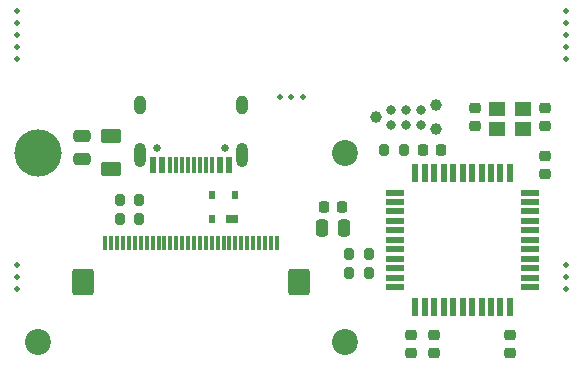
<source format=gbs>
G04 #@! TF.GenerationSoftware,KiCad,Pcbnew,(6.0.4-0)*
G04 #@! TF.CreationDate,2022-04-22T14:06:04+09:00*
G04 #@! TF.ProjectId,mcupcb,6d637570-6362-42e6-9b69-6361645f7063,rev?*
G04 #@! TF.SameCoordinates,Original*
G04 #@! TF.FileFunction,Soldermask,Bot*
G04 #@! TF.FilePolarity,Negative*
%FSLAX46Y46*%
G04 Gerber Fmt 4.6, Leading zero omitted, Abs format (unit mm)*
G04 Created by KiCad (PCBNEW (6.0.4-0)) date 2022-04-22 14:06:04*
%MOMM*%
%LPD*%
G01*
G04 APERTURE LIST*
G04 Aperture macros list*
%AMRoundRect*
0 Rectangle with rounded corners*
0 $1 Rounding radius*
0 $2 $3 $4 $5 $6 $7 $8 $9 X,Y pos of 4 corners*
0 Add a 4 corners polygon primitive as box body*
4,1,4,$2,$3,$4,$5,$6,$7,$8,$9,$2,$3,0*
0 Add four circle primitives for the rounded corners*
1,1,$1+$1,$2,$3*
1,1,$1+$1,$4,$5*
1,1,$1+$1,$6,$7*
1,1,$1+$1,$8,$9*
0 Add four rect primitives between the rounded corners*
20,1,$1+$1,$2,$3,$4,$5,0*
20,1,$1+$1,$4,$5,$6,$7,0*
20,1,$1+$1,$6,$7,$8,$9,0*
20,1,$1+$1,$8,$9,$2,$3,0*%
G04 Aperture macros list end*
%ADD10C,0.500000*%
%ADD11C,2.200000*%
%ADD12R,0.300000X1.300000*%
%ADD13RoundRect,0.200000X0.700000X0.900000X-0.700000X0.900000X-0.700000X-0.900000X0.700000X-0.900000X0*%
%ADD14R,1.500000X0.550000*%
%ADD15R,0.550000X1.500000*%
%ADD16RoundRect,0.225000X-0.225000X-0.250000X0.225000X-0.250000X0.225000X0.250000X-0.225000X0.250000X0*%
%ADD17RoundRect,0.200000X0.200000X0.275000X-0.200000X0.275000X-0.200000X-0.275000X0.200000X-0.275000X0*%
%ADD18RoundRect,0.225000X0.250000X-0.225000X0.250000X0.225000X-0.250000X0.225000X-0.250000X-0.225000X0*%
%ADD19RoundRect,0.200000X-0.200000X-0.275000X0.200000X-0.275000X0.200000X0.275000X-0.200000X0.275000X0*%
%ADD20RoundRect,0.225000X-0.250000X0.225000X-0.250000X-0.225000X0.250000X-0.225000X0.250000X0.225000X0*%
%ADD21R,1.000000X0.700000*%
%ADD22R,0.600000X0.700000*%
%ADD23RoundRect,0.250000X-0.475000X0.250000X-0.475000X-0.250000X0.475000X-0.250000X0.475000X0.250000X0*%
%ADD24RoundRect,0.225000X0.225000X0.250000X-0.225000X0.250000X-0.225000X-0.250000X0.225000X-0.250000X0*%
%ADD25RoundRect,0.200000X0.500000X0.400000X-0.500000X0.400000X-0.500000X-0.400000X0.500000X-0.400000X0*%
%ADD26RoundRect,0.250000X0.625000X-0.375000X0.625000X0.375000X-0.625000X0.375000X-0.625000X-0.375000X0*%
%ADD27C,0.650000*%
%ADD28R,0.600000X1.450000*%
%ADD29R,0.300000X1.450000*%
%ADD30O,1.000000X2.100000*%
%ADD31O,1.000000X1.600000*%
%ADD32C,4.000000*%
%ADD33RoundRect,0.250000X-0.250000X-0.475000X0.250000X-0.475000X0.250000X0.475000X-0.250000X0.475000X0*%
%ADD34C,0.990600*%
%ADD35C,0.800000*%
G04 APERTURE END LIST*
D10*
X185250000Y-142250000D03*
X185250000Y-144250000D03*
X185250000Y-141250000D03*
X185250000Y-143250000D03*
X185250000Y-145250000D03*
X208500000Y-148500000D03*
X209500000Y-148500000D03*
X207500000Y-148500000D03*
X231750000Y-141250000D03*
X231750000Y-142250000D03*
X231750000Y-143250000D03*
X231750000Y-144250000D03*
X231750000Y-145250000D03*
X231750000Y-164750000D03*
X231750000Y-163750000D03*
X231750000Y-162750000D03*
X185250000Y-163750000D03*
X185250000Y-164750000D03*
X185250000Y-162750000D03*
D11*
X187000000Y-169250000D03*
D12*
X207250000Y-160900000D03*
X206750000Y-160900000D03*
X206250000Y-160900000D03*
X205750000Y-160900000D03*
X205250000Y-160900000D03*
X204750000Y-160900000D03*
X204250000Y-160900000D03*
X203750000Y-160900000D03*
X203250000Y-160900000D03*
X202750000Y-160900000D03*
X202250000Y-160900000D03*
X201750000Y-160900000D03*
X201250000Y-160900000D03*
X200750000Y-160900000D03*
X200250000Y-160900000D03*
X199750000Y-160900000D03*
X199250000Y-160900000D03*
X198750000Y-160900000D03*
X198250000Y-160900000D03*
X197750000Y-160900000D03*
X197250000Y-160900000D03*
X196750000Y-160900000D03*
X196250000Y-160900000D03*
X195750000Y-160900000D03*
X195250000Y-160900000D03*
X194750000Y-160900000D03*
X194250000Y-160900000D03*
X193750000Y-160900000D03*
X193250000Y-160900000D03*
X192750000Y-160900000D03*
D13*
X209150000Y-164150000D03*
X190850000Y-164150000D03*
D14*
X217300000Y-164600000D03*
X217300000Y-163800000D03*
X217300000Y-163000000D03*
X217300000Y-162200000D03*
X217300000Y-161400000D03*
X217300000Y-160600000D03*
X217300000Y-159800000D03*
X217300000Y-159000000D03*
X217300000Y-158200000D03*
X217300000Y-157400000D03*
X217300000Y-156600000D03*
D15*
X219000000Y-154900000D03*
X219800000Y-154900000D03*
X220600000Y-154900000D03*
X221400000Y-154900000D03*
X222200000Y-154900000D03*
X223000000Y-154900000D03*
X223800000Y-154900000D03*
X224600000Y-154900000D03*
X225400000Y-154900000D03*
X226200000Y-154900000D03*
X227000000Y-154900000D03*
D14*
X228700000Y-156600000D03*
X228700000Y-157400000D03*
X228700000Y-158200000D03*
X228700000Y-159000000D03*
X228700000Y-159800000D03*
X228700000Y-160600000D03*
X228700000Y-161400000D03*
X228700000Y-162200000D03*
X228700000Y-163000000D03*
X228700000Y-163800000D03*
X228700000Y-164600000D03*
D15*
X227000000Y-166300000D03*
X226200000Y-166300000D03*
X225400000Y-166300000D03*
X224600000Y-166300000D03*
X223800000Y-166300000D03*
X223000000Y-166300000D03*
X222200000Y-166300000D03*
X221400000Y-166300000D03*
X220600000Y-166300000D03*
X219800000Y-166300000D03*
X219000000Y-166300000D03*
D16*
X219625000Y-153000000D03*
X221175000Y-153000000D03*
D17*
X215025000Y-161800000D03*
X213375000Y-161800000D03*
D18*
X220600000Y-170175000D03*
X220600000Y-168625000D03*
D19*
X216375000Y-153000000D03*
X218025000Y-153000000D03*
D20*
X227000000Y-168625000D03*
X227000000Y-170175000D03*
D18*
X230000000Y-150975000D03*
X230000000Y-149425000D03*
D21*
X203500000Y-158800000D03*
D22*
X201800000Y-158800000D03*
X201800000Y-156800000D03*
X203700000Y-156800000D03*
D20*
X218600000Y-168625000D03*
X218600000Y-170175000D03*
D18*
X224000000Y-150975000D03*
X224000000Y-149425000D03*
D19*
X193975000Y-158800000D03*
X195625000Y-158800000D03*
D11*
X213000000Y-169250000D03*
D23*
X190800000Y-151850000D03*
X190800000Y-153750000D03*
D24*
X212775000Y-157800000D03*
X211225000Y-157800000D03*
D17*
X215025000Y-163400000D03*
X213375000Y-163400000D03*
D25*
X228100000Y-151250000D03*
X225900000Y-151250000D03*
X225900000Y-149550000D03*
X228100000Y-149550000D03*
D11*
X213000000Y-153250000D03*
D26*
X193200000Y-154600000D03*
X193200000Y-151800000D03*
D17*
X195625000Y-157200000D03*
X193975000Y-157200000D03*
D27*
X197110000Y-152849999D03*
X202890000Y-152849999D03*
D28*
X196750000Y-154294999D03*
X197550000Y-154294999D03*
D29*
X198750000Y-154294999D03*
X199750000Y-154294999D03*
X200250000Y-154294999D03*
X201250000Y-154294999D03*
D28*
X202450000Y-154294999D03*
X203250000Y-154294999D03*
X203250000Y-154294999D03*
X202450000Y-154294999D03*
D29*
X201750000Y-154294999D03*
X200750000Y-154294999D03*
X199250000Y-154294999D03*
X198250000Y-154294999D03*
D28*
X197550000Y-154294999D03*
X196750000Y-154294999D03*
D30*
X195680000Y-153379999D03*
X204320000Y-153379999D03*
D31*
X195680000Y-149199999D03*
X204320000Y-149199999D03*
D32*
X187000000Y-153250000D03*
D33*
X211050000Y-159600000D03*
X212950000Y-159600000D03*
D18*
X230000000Y-155025000D03*
X230000000Y-153475000D03*
D34*
X220740000Y-151216000D03*
X220740000Y-149184000D03*
X215660000Y-150200000D03*
D35*
X216930000Y-149565000D03*
D10*
X216930000Y-149565000D03*
X216930000Y-150835000D03*
D35*
X216930000Y-150835000D03*
D10*
X218200000Y-149565000D03*
D35*
X218200000Y-149565000D03*
X218200000Y-150835000D03*
D10*
X218200000Y-150835000D03*
D35*
X219470000Y-149565000D03*
D10*
X219470000Y-149565000D03*
D35*
X219470000Y-150835000D03*
D10*
X219470000Y-150835000D03*
M02*

</source>
